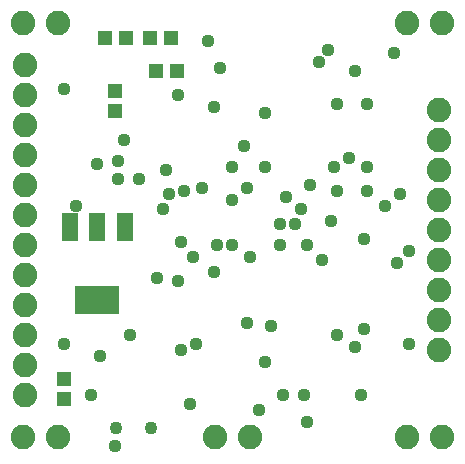
<source format=gbs>
G75*
%MOIN*%
%OFA0B0*%
%FSLAX25Y25*%
%IPPOS*%
%LPD*%
%AMOC8*
5,1,8,0,0,1.08239X$1,22.5*
%
%ADD10R,0.04737X0.05131*%
%ADD11R,0.05131X0.04737*%
%ADD12R,0.05600X0.09600*%
%ADD13R,0.14973X0.09461*%
%ADD14C,0.08200*%
%ADD15C,0.04343*%
%ADD16C,0.04400*%
D10*
X0110500Y0113154D03*
X0110500Y0119846D03*
X0127500Y0209154D03*
X0127500Y0215846D03*
D11*
X0141154Y0222500D03*
X0147846Y0222500D03*
X0145846Y0233500D03*
X0139154Y0233500D03*
X0130846Y0233500D03*
X0124154Y0233500D03*
D12*
X0121500Y0170700D03*
X0112400Y0170700D03*
X0130600Y0170700D03*
D13*
X0121500Y0146299D03*
D14*
X0096800Y0100500D03*
X0108200Y0100500D03*
X0097500Y0114500D03*
X0097500Y0124500D03*
X0097500Y0134500D03*
X0097500Y0144500D03*
X0097500Y0154500D03*
X0097500Y0164500D03*
X0097500Y0174500D03*
X0097500Y0184500D03*
X0097500Y0194500D03*
X0097500Y0204500D03*
X0097500Y0214500D03*
X0097500Y0224500D03*
X0096800Y0238500D03*
X0108200Y0238500D03*
X0224800Y0238500D03*
X0236200Y0238500D03*
X0235500Y0209500D03*
X0235500Y0199500D03*
X0235500Y0189500D03*
X0235500Y0179500D03*
X0235500Y0169500D03*
X0235500Y0159500D03*
X0235500Y0149500D03*
X0235500Y0139500D03*
X0235500Y0129500D03*
X0236200Y0100500D03*
X0224800Y0100500D03*
X0172200Y0100500D03*
X0160800Y0100500D03*
D15*
X0139406Y0103500D03*
X0127594Y0103500D03*
D16*
X0127500Y0097500D03*
X0119500Y0114500D03*
X0122500Y0127500D03*
X0132500Y0134500D03*
X0149500Y0129500D03*
X0154500Y0131500D03*
X0171500Y0138500D03*
X0179500Y0137500D03*
X0177500Y0125500D03*
X0183500Y0114500D03*
X0190500Y0114500D03*
X0191500Y0105500D03*
X0175500Y0109500D03*
X0152500Y0111500D03*
X0148500Y0152500D03*
X0141500Y0153500D03*
X0153500Y0160500D03*
X0149500Y0165500D03*
X0161500Y0164500D03*
X0166500Y0164500D03*
X0172500Y0160500D03*
X0182500Y0164500D03*
X0182500Y0171500D03*
X0187500Y0171500D03*
X0189500Y0176500D03*
X0184500Y0180500D03*
X0192500Y0184500D03*
X0201500Y0182500D03*
X0200500Y0190500D03*
X0205500Y0193500D03*
X0211500Y0190500D03*
X0211500Y0182500D03*
X0217500Y0177500D03*
X0222500Y0181500D03*
X0210500Y0166500D03*
X0199500Y0172500D03*
X0191500Y0164500D03*
X0196500Y0159500D03*
X0221500Y0158500D03*
X0225500Y0162500D03*
X0210500Y0136500D03*
X0207500Y0130500D03*
X0201500Y0134500D03*
X0209500Y0114500D03*
X0225500Y0131500D03*
X0171500Y0183500D03*
X0166500Y0179500D03*
X0156500Y0183500D03*
X0150500Y0182500D03*
X0145500Y0181500D03*
X0143500Y0176500D03*
X0135500Y0186500D03*
X0128500Y0186500D03*
X0128500Y0192500D03*
X0121500Y0191500D03*
X0130500Y0199500D03*
X0144500Y0189500D03*
X0166500Y0190500D03*
X0170500Y0197500D03*
X0177500Y0190500D03*
X0177500Y0208500D03*
X0160500Y0210500D03*
X0148500Y0214500D03*
X0162500Y0223500D03*
X0158500Y0232500D03*
X0195500Y0225500D03*
X0198500Y0229500D03*
X0207500Y0222500D03*
X0211500Y0211500D03*
X0201500Y0211500D03*
X0220500Y0228500D03*
X0160500Y0155500D03*
X0114500Y0177500D03*
X0110500Y0216500D03*
X0110500Y0131500D03*
M02*

</source>
